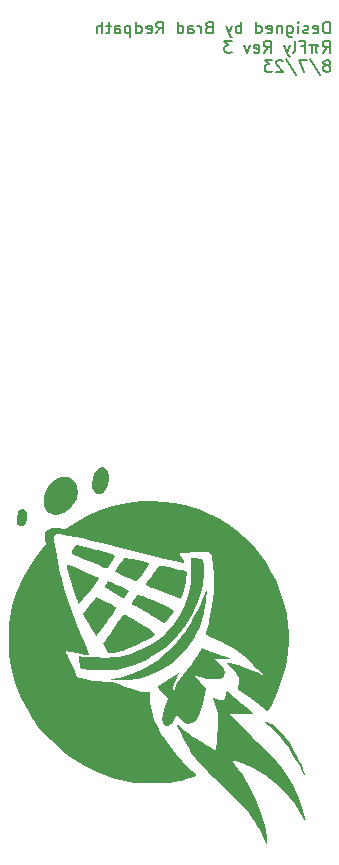
<source format=gbr>
%TF.GenerationSoftware,KiCad,Pcbnew,7.0.2-0*%
%TF.CreationDate,2023-07-08T17:29:12+12:00*%
%TF.ProjectId,RpiFly v3,52706946-6c79-4207-9633-2e6b69636164,rev?*%
%TF.SameCoordinates,PX753dac0PY7a91ee0*%
%TF.FileFunction,Legend,Bot*%
%TF.FilePolarity,Positive*%
%FSLAX46Y46*%
G04 Gerber Fmt 4.6, Leading zero omitted, Abs format (unit mm)*
G04 Created by KiCad (PCBNEW 7.0.2-0) date 2023-07-08 17:29:12*
%MOMM*%
%LPD*%
G01*
G04 APERTURE LIST*
%ADD10C,0.150000*%
G04 APERTURE END LIST*
D10*
X41671904Y73466381D02*
X41671904Y74466381D01*
X41671904Y74466381D02*
X41433809Y74466381D01*
X41433809Y74466381D02*
X41290952Y74418762D01*
X41290952Y74418762D02*
X41195714Y74323524D01*
X41195714Y74323524D02*
X41148095Y74228286D01*
X41148095Y74228286D02*
X41100476Y74037810D01*
X41100476Y74037810D02*
X41100476Y73894953D01*
X41100476Y73894953D02*
X41148095Y73704477D01*
X41148095Y73704477D02*
X41195714Y73609239D01*
X41195714Y73609239D02*
X41290952Y73514000D01*
X41290952Y73514000D02*
X41433809Y73466381D01*
X41433809Y73466381D02*
X41671904Y73466381D01*
X40290952Y73514000D02*
X40386190Y73466381D01*
X40386190Y73466381D02*
X40576666Y73466381D01*
X40576666Y73466381D02*
X40671904Y73514000D01*
X40671904Y73514000D02*
X40719523Y73609239D01*
X40719523Y73609239D02*
X40719523Y73990191D01*
X40719523Y73990191D02*
X40671904Y74085429D01*
X40671904Y74085429D02*
X40576666Y74133048D01*
X40576666Y74133048D02*
X40386190Y74133048D01*
X40386190Y74133048D02*
X40290952Y74085429D01*
X40290952Y74085429D02*
X40243333Y73990191D01*
X40243333Y73990191D02*
X40243333Y73894953D01*
X40243333Y73894953D02*
X40719523Y73799715D01*
X39862380Y73514000D02*
X39767142Y73466381D01*
X39767142Y73466381D02*
X39576666Y73466381D01*
X39576666Y73466381D02*
X39481428Y73514000D01*
X39481428Y73514000D02*
X39433809Y73609239D01*
X39433809Y73609239D02*
X39433809Y73656858D01*
X39433809Y73656858D02*
X39481428Y73752096D01*
X39481428Y73752096D02*
X39576666Y73799715D01*
X39576666Y73799715D02*
X39719523Y73799715D01*
X39719523Y73799715D02*
X39814761Y73847334D01*
X39814761Y73847334D02*
X39862380Y73942572D01*
X39862380Y73942572D02*
X39862380Y73990191D01*
X39862380Y73990191D02*
X39814761Y74085429D01*
X39814761Y74085429D02*
X39719523Y74133048D01*
X39719523Y74133048D02*
X39576666Y74133048D01*
X39576666Y74133048D02*
X39481428Y74085429D01*
X39005237Y73466381D02*
X39005237Y74133048D01*
X39005237Y74466381D02*
X39052856Y74418762D01*
X39052856Y74418762D02*
X39005237Y74371143D01*
X39005237Y74371143D02*
X38957618Y74418762D01*
X38957618Y74418762D02*
X39005237Y74466381D01*
X39005237Y74466381D02*
X39005237Y74371143D01*
X38100476Y74133048D02*
X38100476Y73323524D01*
X38100476Y73323524D02*
X38148095Y73228286D01*
X38148095Y73228286D02*
X38195714Y73180667D01*
X38195714Y73180667D02*
X38290952Y73133048D01*
X38290952Y73133048D02*
X38433809Y73133048D01*
X38433809Y73133048D02*
X38529047Y73180667D01*
X38100476Y73514000D02*
X38195714Y73466381D01*
X38195714Y73466381D02*
X38386190Y73466381D01*
X38386190Y73466381D02*
X38481428Y73514000D01*
X38481428Y73514000D02*
X38529047Y73561620D01*
X38529047Y73561620D02*
X38576666Y73656858D01*
X38576666Y73656858D02*
X38576666Y73942572D01*
X38576666Y73942572D02*
X38529047Y74037810D01*
X38529047Y74037810D02*
X38481428Y74085429D01*
X38481428Y74085429D02*
X38386190Y74133048D01*
X38386190Y74133048D02*
X38195714Y74133048D01*
X38195714Y74133048D02*
X38100476Y74085429D01*
X37624285Y74133048D02*
X37624285Y73466381D01*
X37624285Y74037810D02*
X37576666Y74085429D01*
X37576666Y74085429D02*
X37481428Y74133048D01*
X37481428Y74133048D02*
X37338571Y74133048D01*
X37338571Y74133048D02*
X37243333Y74085429D01*
X37243333Y74085429D02*
X37195714Y73990191D01*
X37195714Y73990191D02*
X37195714Y73466381D01*
X36338571Y73514000D02*
X36433809Y73466381D01*
X36433809Y73466381D02*
X36624285Y73466381D01*
X36624285Y73466381D02*
X36719523Y73514000D01*
X36719523Y73514000D02*
X36767142Y73609239D01*
X36767142Y73609239D02*
X36767142Y73990191D01*
X36767142Y73990191D02*
X36719523Y74085429D01*
X36719523Y74085429D02*
X36624285Y74133048D01*
X36624285Y74133048D02*
X36433809Y74133048D01*
X36433809Y74133048D02*
X36338571Y74085429D01*
X36338571Y74085429D02*
X36290952Y73990191D01*
X36290952Y73990191D02*
X36290952Y73894953D01*
X36290952Y73894953D02*
X36767142Y73799715D01*
X35433809Y73466381D02*
X35433809Y74466381D01*
X35433809Y73514000D02*
X35529047Y73466381D01*
X35529047Y73466381D02*
X35719523Y73466381D01*
X35719523Y73466381D02*
X35814761Y73514000D01*
X35814761Y73514000D02*
X35862380Y73561620D01*
X35862380Y73561620D02*
X35909999Y73656858D01*
X35909999Y73656858D02*
X35909999Y73942572D01*
X35909999Y73942572D02*
X35862380Y74037810D01*
X35862380Y74037810D02*
X35814761Y74085429D01*
X35814761Y74085429D02*
X35719523Y74133048D01*
X35719523Y74133048D02*
X35529047Y74133048D01*
X35529047Y74133048D02*
X35433809Y74085429D01*
X34195713Y73466381D02*
X34195713Y74466381D01*
X34195713Y74085429D02*
X34100475Y74133048D01*
X34100475Y74133048D02*
X33909999Y74133048D01*
X33909999Y74133048D02*
X33814761Y74085429D01*
X33814761Y74085429D02*
X33767142Y74037810D01*
X33767142Y74037810D02*
X33719523Y73942572D01*
X33719523Y73942572D02*
X33719523Y73656858D01*
X33719523Y73656858D02*
X33767142Y73561620D01*
X33767142Y73561620D02*
X33814761Y73514000D01*
X33814761Y73514000D02*
X33909999Y73466381D01*
X33909999Y73466381D02*
X34100475Y73466381D01*
X34100475Y73466381D02*
X34195713Y73514000D01*
X33386189Y74133048D02*
X33148094Y73466381D01*
X32909999Y74133048D02*
X33148094Y73466381D01*
X33148094Y73466381D02*
X33243332Y73228286D01*
X33243332Y73228286D02*
X33290951Y73180667D01*
X33290951Y73180667D02*
X33386189Y73133048D01*
X31433808Y73990191D02*
X31290951Y73942572D01*
X31290951Y73942572D02*
X31243332Y73894953D01*
X31243332Y73894953D02*
X31195713Y73799715D01*
X31195713Y73799715D02*
X31195713Y73656858D01*
X31195713Y73656858D02*
X31243332Y73561620D01*
X31243332Y73561620D02*
X31290951Y73514000D01*
X31290951Y73514000D02*
X31386189Y73466381D01*
X31386189Y73466381D02*
X31767141Y73466381D01*
X31767141Y73466381D02*
X31767141Y74466381D01*
X31767141Y74466381D02*
X31433808Y74466381D01*
X31433808Y74466381D02*
X31338570Y74418762D01*
X31338570Y74418762D02*
X31290951Y74371143D01*
X31290951Y74371143D02*
X31243332Y74275905D01*
X31243332Y74275905D02*
X31243332Y74180667D01*
X31243332Y74180667D02*
X31290951Y74085429D01*
X31290951Y74085429D02*
X31338570Y74037810D01*
X31338570Y74037810D02*
X31433808Y73990191D01*
X31433808Y73990191D02*
X31767141Y73990191D01*
X30767141Y73466381D02*
X30767141Y74133048D01*
X30767141Y73942572D02*
X30719522Y74037810D01*
X30719522Y74037810D02*
X30671903Y74085429D01*
X30671903Y74085429D02*
X30576665Y74133048D01*
X30576665Y74133048D02*
X30481427Y74133048D01*
X29719522Y73466381D02*
X29719522Y73990191D01*
X29719522Y73990191D02*
X29767141Y74085429D01*
X29767141Y74085429D02*
X29862379Y74133048D01*
X29862379Y74133048D02*
X30052855Y74133048D01*
X30052855Y74133048D02*
X30148093Y74085429D01*
X29719522Y73514000D02*
X29814760Y73466381D01*
X29814760Y73466381D02*
X30052855Y73466381D01*
X30052855Y73466381D02*
X30148093Y73514000D01*
X30148093Y73514000D02*
X30195712Y73609239D01*
X30195712Y73609239D02*
X30195712Y73704477D01*
X30195712Y73704477D02*
X30148093Y73799715D01*
X30148093Y73799715D02*
X30052855Y73847334D01*
X30052855Y73847334D02*
X29814760Y73847334D01*
X29814760Y73847334D02*
X29719522Y73894953D01*
X28814760Y73466381D02*
X28814760Y74466381D01*
X28814760Y73514000D02*
X28909998Y73466381D01*
X28909998Y73466381D02*
X29100474Y73466381D01*
X29100474Y73466381D02*
X29195712Y73514000D01*
X29195712Y73514000D02*
X29243331Y73561620D01*
X29243331Y73561620D02*
X29290950Y73656858D01*
X29290950Y73656858D02*
X29290950Y73942572D01*
X29290950Y73942572D02*
X29243331Y74037810D01*
X29243331Y74037810D02*
X29195712Y74085429D01*
X29195712Y74085429D02*
X29100474Y74133048D01*
X29100474Y74133048D02*
X28909998Y74133048D01*
X28909998Y74133048D02*
X28814760Y74085429D01*
X27005236Y73466381D02*
X27338569Y73942572D01*
X27576664Y73466381D02*
X27576664Y74466381D01*
X27576664Y74466381D02*
X27195712Y74466381D01*
X27195712Y74466381D02*
X27100474Y74418762D01*
X27100474Y74418762D02*
X27052855Y74371143D01*
X27052855Y74371143D02*
X27005236Y74275905D01*
X27005236Y74275905D02*
X27005236Y74133048D01*
X27005236Y74133048D02*
X27052855Y74037810D01*
X27052855Y74037810D02*
X27100474Y73990191D01*
X27100474Y73990191D02*
X27195712Y73942572D01*
X27195712Y73942572D02*
X27576664Y73942572D01*
X26195712Y73514000D02*
X26290950Y73466381D01*
X26290950Y73466381D02*
X26481426Y73466381D01*
X26481426Y73466381D02*
X26576664Y73514000D01*
X26576664Y73514000D02*
X26624283Y73609239D01*
X26624283Y73609239D02*
X26624283Y73990191D01*
X26624283Y73990191D02*
X26576664Y74085429D01*
X26576664Y74085429D02*
X26481426Y74133048D01*
X26481426Y74133048D02*
X26290950Y74133048D01*
X26290950Y74133048D02*
X26195712Y74085429D01*
X26195712Y74085429D02*
X26148093Y73990191D01*
X26148093Y73990191D02*
X26148093Y73894953D01*
X26148093Y73894953D02*
X26624283Y73799715D01*
X25290950Y73466381D02*
X25290950Y74466381D01*
X25290950Y73514000D02*
X25386188Y73466381D01*
X25386188Y73466381D02*
X25576664Y73466381D01*
X25576664Y73466381D02*
X25671902Y73514000D01*
X25671902Y73514000D02*
X25719521Y73561620D01*
X25719521Y73561620D02*
X25767140Y73656858D01*
X25767140Y73656858D02*
X25767140Y73942572D01*
X25767140Y73942572D02*
X25719521Y74037810D01*
X25719521Y74037810D02*
X25671902Y74085429D01*
X25671902Y74085429D02*
X25576664Y74133048D01*
X25576664Y74133048D02*
X25386188Y74133048D01*
X25386188Y74133048D02*
X25290950Y74085429D01*
X24814759Y74133048D02*
X24814759Y73133048D01*
X24814759Y74085429D02*
X24719521Y74133048D01*
X24719521Y74133048D02*
X24529045Y74133048D01*
X24529045Y74133048D02*
X24433807Y74085429D01*
X24433807Y74085429D02*
X24386188Y74037810D01*
X24386188Y74037810D02*
X24338569Y73942572D01*
X24338569Y73942572D02*
X24338569Y73656858D01*
X24338569Y73656858D02*
X24386188Y73561620D01*
X24386188Y73561620D02*
X24433807Y73514000D01*
X24433807Y73514000D02*
X24529045Y73466381D01*
X24529045Y73466381D02*
X24719521Y73466381D01*
X24719521Y73466381D02*
X24814759Y73514000D01*
X23481426Y73466381D02*
X23481426Y73990191D01*
X23481426Y73990191D02*
X23529045Y74085429D01*
X23529045Y74085429D02*
X23624283Y74133048D01*
X23624283Y74133048D02*
X23814759Y74133048D01*
X23814759Y74133048D02*
X23909997Y74085429D01*
X23481426Y73514000D02*
X23576664Y73466381D01*
X23576664Y73466381D02*
X23814759Y73466381D01*
X23814759Y73466381D02*
X23909997Y73514000D01*
X23909997Y73514000D02*
X23957616Y73609239D01*
X23957616Y73609239D02*
X23957616Y73704477D01*
X23957616Y73704477D02*
X23909997Y73799715D01*
X23909997Y73799715D02*
X23814759Y73847334D01*
X23814759Y73847334D02*
X23576664Y73847334D01*
X23576664Y73847334D02*
X23481426Y73894953D01*
X23148092Y74133048D02*
X22767140Y74133048D01*
X23005235Y74466381D02*
X23005235Y73609239D01*
X23005235Y73609239D02*
X22957616Y73514000D01*
X22957616Y73514000D02*
X22862378Y73466381D01*
X22862378Y73466381D02*
X22767140Y73466381D01*
X22433806Y73466381D02*
X22433806Y74466381D01*
X22005235Y73466381D02*
X22005235Y73990191D01*
X22005235Y73990191D02*
X22052854Y74085429D01*
X22052854Y74085429D02*
X22148092Y74133048D01*
X22148092Y74133048D02*
X22290949Y74133048D01*
X22290949Y74133048D02*
X22386187Y74085429D01*
X22386187Y74085429D02*
X22433806Y74037810D01*
X41100476Y71846381D02*
X41433809Y72322572D01*
X41671904Y71846381D02*
X41671904Y72846381D01*
X41671904Y72846381D02*
X41290952Y72846381D01*
X41290952Y72846381D02*
X41195714Y72798762D01*
X41195714Y72798762D02*
X41148095Y72751143D01*
X41148095Y72751143D02*
X41100476Y72655905D01*
X41100476Y72655905D02*
X41100476Y72513048D01*
X41100476Y72513048D02*
X41148095Y72417810D01*
X41148095Y72417810D02*
X41195714Y72370191D01*
X41195714Y72370191D02*
X41290952Y72322572D01*
X41290952Y72322572D02*
X41671904Y72322572D01*
X40148095Y72513048D02*
X40148095Y71846381D01*
X40481428Y72513048D02*
X40481428Y71989239D01*
X40481428Y71989239D02*
X40529047Y71894000D01*
X40529047Y71894000D02*
X40624285Y71846381D01*
X39957619Y72513048D02*
X40576666Y72513048D01*
X40576666Y72513048D02*
X40671904Y72465429D01*
X40671904Y72465429D02*
X40719523Y72370191D01*
X39243333Y72370191D02*
X39576666Y72370191D01*
X39576666Y71846381D02*
X39576666Y72846381D01*
X39576666Y72846381D02*
X39100476Y72846381D01*
X38576666Y71846381D02*
X38671904Y71894000D01*
X38671904Y71894000D02*
X38719523Y71989239D01*
X38719523Y71989239D02*
X38719523Y72846381D01*
X38290951Y72513048D02*
X38052856Y71846381D01*
X37814761Y72513048D02*
X38052856Y71846381D01*
X38052856Y71846381D02*
X38148094Y71608286D01*
X38148094Y71608286D02*
X38195713Y71560667D01*
X38195713Y71560667D02*
X38290951Y71513048D01*
X36100475Y71846381D02*
X36433808Y72322572D01*
X36671903Y71846381D02*
X36671903Y72846381D01*
X36671903Y72846381D02*
X36290951Y72846381D01*
X36290951Y72846381D02*
X36195713Y72798762D01*
X36195713Y72798762D02*
X36148094Y72751143D01*
X36148094Y72751143D02*
X36100475Y72655905D01*
X36100475Y72655905D02*
X36100475Y72513048D01*
X36100475Y72513048D02*
X36148094Y72417810D01*
X36148094Y72417810D02*
X36195713Y72370191D01*
X36195713Y72370191D02*
X36290951Y72322572D01*
X36290951Y72322572D02*
X36671903Y72322572D01*
X35290951Y71894000D02*
X35386189Y71846381D01*
X35386189Y71846381D02*
X35576665Y71846381D01*
X35576665Y71846381D02*
X35671903Y71894000D01*
X35671903Y71894000D02*
X35719522Y71989239D01*
X35719522Y71989239D02*
X35719522Y72370191D01*
X35719522Y72370191D02*
X35671903Y72465429D01*
X35671903Y72465429D02*
X35576665Y72513048D01*
X35576665Y72513048D02*
X35386189Y72513048D01*
X35386189Y72513048D02*
X35290951Y72465429D01*
X35290951Y72465429D02*
X35243332Y72370191D01*
X35243332Y72370191D02*
X35243332Y72274953D01*
X35243332Y72274953D02*
X35719522Y72179715D01*
X34909998Y72513048D02*
X34671903Y71846381D01*
X34671903Y71846381D02*
X34433808Y72513048D01*
X33386188Y72846381D02*
X32767141Y72846381D01*
X32767141Y72846381D02*
X33100474Y72465429D01*
X33100474Y72465429D02*
X32957617Y72465429D01*
X32957617Y72465429D02*
X32862379Y72417810D01*
X32862379Y72417810D02*
X32814760Y72370191D01*
X32814760Y72370191D02*
X32767141Y72274953D01*
X32767141Y72274953D02*
X32767141Y72036858D01*
X32767141Y72036858D02*
X32814760Y71941620D01*
X32814760Y71941620D02*
X32862379Y71894000D01*
X32862379Y71894000D02*
X32957617Y71846381D01*
X32957617Y71846381D02*
X33243331Y71846381D01*
X33243331Y71846381D02*
X33338569Y71894000D01*
X33338569Y71894000D02*
X33386188Y71941620D01*
X41529047Y70797810D02*
X41624285Y70845429D01*
X41624285Y70845429D02*
X41671904Y70893048D01*
X41671904Y70893048D02*
X41719523Y70988286D01*
X41719523Y70988286D02*
X41719523Y71035905D01*
X41719523Y71035905D02*
X41671904Y71131143D01*
X41671904Y71131143D02*
X41624285Y71178762D01*
X41624285Y71178762D02*
X41529047Y71226381D01*
X41529047Y71226381D02*
X41338571Y71226381D01*
X41338571Y71226381D02*
X41243333Y71178762D01*
X41243333Y71178762D02*
X41195714Y71131143D01*
X41195714Y71131143D02*
X41148095Y71035905D01*
X41148095Y71035905D02*
X41148095Y70988286D01*
X41148095Y70988286D02*
X41195714Y70893048D01*
X41195714Y70893048D02*
X41243333Y70845429D01*
X41243333Y70845429D02*
X41338571Y70797810D01*
X41338571Y70797810D02*
X41529047Y70797810D01*
X41529047Y70797810D02*
X41624285Y70750191D01*
X41624285Y70750191D02*
X41671904Y70702572D01*
X41671904Y70702572D02*
X41719523Y70607334D01*
X41719523Y70607334D02*
X41719523Y70416858D01*
X41719523Y70416858D02*
X41671904Y70321620D01*
X41671904Y70321620D02*
X41624285Y70274000D01*
X41624285Y70274000D02*
X41529047Y70226381D01*
X41529047Y70226381D02*
X41338571Y70226381D01*
X41338571Y70226381D02*
X41243333Y70274000D01*
X41243333Y70274000D02*
X41195714Y70321620D01*
X41195714Y70321620D02*
X41148095Y70416858D01*
X41148095Y70416858D02*
X41148095Y70607334D01*
X41148095Y70607334D02*
X41195714Y70702572D01*
X41195714Y70702572D02*
X41243333Y70750191D01*
X41243333Y70750191D02*
X41338571Y70797810D01*
X40005238Y71274000D02*
X40862380Y69988286D01*
X39767142Y71226381D02*
X39100476Y71226381D01*
X39100476Y71226381D02*
X39529047Y70226381D01*
X38005238Y71274000D02*
X38862380Y69988286D01*
X37719523Y71131143D02*
X37671904Y71178762D01*
X37671904Y71178762D02*
X37576666Y71226381D01*
X37576666Y71226381D02*
X37338571Y71226381D01*
X37338571Y71226381D02*
X37243333Y71178762D01*
X37243333Y71178762D02*
X37195714Y71131143D01*
X37195714Y71131143D02*
X37148095Y71035905D01*
X37148095Y71035905D02*
X37148095Y70940667D01*
X37148095Y70940667D02*
X37195714Y70797810D01*
X37195714Y70797810D02*
X37767142Y70226381D01*
X37767142Y70226381D02*
X37148095Y70226381D01*
X36814761Y71226381D02*
X36195714Y71226381D01*
X36195714Y71226381D02*
X36529047Y70845429D01*
X36529047Y70845429D02*
X36386190Y70845429D01*
X36386190Y70845429D02*
X36290952Y70797810D01*
X36290952Y70797810D02*
X36243333Y70750191D01*
X36243333Y70750191D02*
X36195714Y70654953D01*
X36195714Y70654953D02*
X36195714Y70416858D01*
X36195714Y70416858D02*
X36243333Y70321620D01*
X36243333Y70321620D02*
X36290952Y70274000D01*
X36290952Y70274000D02*
X36386190Y70226381D01*
X36386190Y70226381D02*
X36671904Y70226381D01*
X36671904Y70226381D02*
X36767142Y70274000D01*
X36767142Y70274000D02*
X36814761Y70321620D01*
%TO.C,G\u002A\u002A\u002A*%
G36*
X22555256Y36726775D02*
G01*
X22750421Y36589242D01*
X22760378Y36580458D01*
X22927897Y36332403D01*
X23007624Y35999978D01*
X23003917Y35623072D01*
X22921134Y35241576D01*
X22763634Y34895381D01*
X22535773Y34624376D01*
X22503847Y34598304D01*
X22237847Y34452155D01*
X21996219Y34458509D01*
X21770418Y34617287D01*
X21710224Y34691015D01*
X21573666Y35001568D01*
X21539030Y35374394D01*
X21601513Y35770390D01*
X21756311Y36150452D01*
X21998624Y36475474D01*
X22206344Y36662863D01*
X22387222Y36753332D01*
X22555256Y36726775D01*
G37*
G36*
X19524069Y35901082D02*
G01*
X19900693Y35720872D01*
X20169450Y35437026D01*
X20324306Y35061590D01*
X20359223Y34606614D01*
X20268167Y34084144D01*
X20130898Y33786048D01*
X19870872Y33449199D01*
X19532538Y33140915D01*
X19153004Y32900581D01*
X19086628Y32868519D01*
X18700189Y32735177D01*
X18358051Y32727745D01*
X18021089Y32844275D01*
X17957912Y32879809D01*
X17693658Y33125723D01*
X17529940Y33457740D01*
X17465265Y33849019D01*
X17498141Y34272716D01*
X17627073Y34701991D01*
X17850569Y35110000D01*
X18167136Y35469902D01*
X18265897Y35555936D01*
X18638764Y35815568D01*
X18987630Y35941164D01*
X19337091Y35942661D01*
X19524069Y35901082D01*
G37*
G36*
X15774632Y33205282D02*
G01*
X15928531Y33075824D01*
X16041564Y32869057D01*
X16093172Y32610261D01*
X16062797Y32324716D01*
X16045836Y32266962D01*
X15955279Y32042150D01*
X15857583Y31890286D01*
X15843951Y31877451D01*
X15658935Y31786468D01*
X15453151Y31782051D01*
X15299934Y31867231D01*
X15243318Y31965737D01*
X15182666Y32241604D01*
X15194845Y32564846D01*
X15274446Y32877093D01*
X15416058Y33119978D01*
X15426478Y33131142D01*
X15600428Y33232148D01*
X15774632Y33205282D01*
G37*
G36*
X20188727Y30185194D02*
G01*
X20331006Y30154024D01*
X20592128Y30090969D01*
X20950602Y30001363D01*
X21384938Y29890543D01*
X21873646Y29763845D01*
X22104738Y29703216D01*
X22617193Y29565591D01*
X22998812Y29456752D01*
X23265028Y29371474D01*
X23431279Y29304535D01*
X23512997Y29250710D01*
X23525620Y29204776D01*
X23524372Y29201655D01*
X23454628Y29078252D01*
X23320909Y28873873D01*
X23151011Y28631088D01*
X22989460Y28423092D01*
X22817604Y28251600D01*
X22703692Y28207223D01*
X22627513Y28235630D01*
X22423636Y28318656D01*
X22123132Y28444368D01*
X21751941Y28601896D01*
X21336000Y28780369D01*
X21002336Y28923971D01*
X20616404Y29089233D01*
X20294491Y29226146D01*
X20063072Y29323459D01*
X19948621Y29369921D01*
X19890179Y29396959D01*
X19858039Y29455912D01*
X19888850Y29574890D01*
X19986139Y29793758D01*
X20053563Y29938329D01*
X20134037Y30111425D01*
X20168863Y30187140D01*
X20188727Y30185194D01*
G37*
G36*
X24380339Y29086230D02*
G01*
X24494115Y29059039D01*
X24727034Y29010832D01*
X25046405Y28948179D01*
X25419538Y28877653D01*
X25456192Y28870793D01*
X25815109Y28797795D01*
X26107715Y28728055D01*
X26304743Y28669180D01*
X26376923Y28628779D01*
X26354774Y28564153D01*
X26261176Y28389654D01*
X26114769Y28148622D01*
X25937891Y27876215D01*
X25752883Y27607590D01*
X25582086Y27377905D01*
X25472163Y27242035D01*
X25361366Y27145528D01*
X25245201Y27136257D01*
X25064859Y27193222D01*
X25026467Y27207103D01*
X24690783Y27338079D01*
X24350618Y27485100D01*
X24035939Y27633458D01*
X23776711Y27768446D01*
X23602900Y27875354D01*
X23544472Y27939476D01*
X23583490Y28032553D01*
X23693125Y28220638D01*
X23845498Y28450078D01*
X24015392Y28686156D01*
X24177590Y28894155D01*
X24306874Y29039357D01*
X24378027Y29087045D01*
X24380339Y29086230D01*
G37*
G36*
X23348749Y26905657D02*
G01*
X23559809Y26807508D01*
X23909808Y26647272D01*
X24242640Y26497261D01*
X24726511Y26281544D01*
X24525331Y25977541D01*
X24460379Y25885714D01*
X24327791Y25733619D01*
X24234953Y25673538D01*
X24210062Y25678804D01*
X24065227Y25740470D01*
X23836700Y25856807D01*
X23561492Y26009360D01*
X23191316Y26222703D01*
X22909048Y26392343D01*
X22732650Y26516819D01*
X22647071Y26613652D01*
X22637260Y26700359D01*
X22688164Y26794461D01*
X22784734Y26913475D01*
X22938729Y27098334D01*
X23348749Y26905657D01*
G37*
G36*
X27652184Y28346513D02*
G01*
X27992236Y28285060D01*
X28462670Y28180201D01*
X28554069Y28158764D01*
X28924639Y28073042D01*
X29233037Y28003569D01*
X29449303Y27957002D01*
X29543475Y27940000D01*
X29547590Y27939499D01*
X29578325Y27858128D01*
X29576374Y27659804D01*
X29547145Y27376448D01*
X29496047Y27039985D01*
X29428489Y26682339D01*
X29349881Y26335434D01*
X29265631Y26031192D01*
X29181148Y25801539D01*
X29099185Y25621649D01*
X28265592Y25951333D01*
X28031543Y26042390D01*
X27576493Y26213260D01*
X27125987Y26375926D01*
X26750055Y26504816D01*
X26589211Y26560090D01*
X26327328Y26663056D01*
X26152254Y26750119D01*
X26095443Y26806769D01*
X26118127Y26856465D01*
X26227407Y27035177D01*
X26396725Y27279057D01*
X26601288Y27555794D01*
X26816301Y27833083D01*
X27016969Y28078614D01*
X27178496Y28260079D01*
X27276089Y28345170D01*
X27287267Y28349761D01*
X27423525Y28367200D01*
X27652184Y28346513D01*
G37*
G36*
X19616559Y28430301D02*
G01*
X19801013Y28366019D01*
X20075518Y28256311D01*
X20457977Y28095861D01*
X20966290Y27879357D01*
X22159657Y27370129D01*
X22028418Y27166603D01*
X22003807Y27130134D01*
X21879699Y26957960D01*
X21688499Y26701071D01*
X21451342Y26387694D01*
X21189365Y26046055D01*
X21066406Y25888654D01*
X20828599Y25595700D01*
X20631078Y25367606D01*
X20491636Y25224462D01*
X20428065Y25186363D01*
X20406875Y25225439D01*
X20339868Y25395422D01*
X20242093Y25671163D01*
X20122457Y26024776D01*
X19989869Y26428372D01*
X19853238Y26854068D01*
X19721471Y27273976D01*
X19603479Y27660210D01*
X19508169Y27984885D01*
X19444450Y28220113D01*
X19421231Y28338009D01*
X19421231Y28339444D01*
X19424493Y28403728D01*
X19446201Y28443841D01*
X19504256Y28454471D01*
X19616559Y28430301D01*
G37*
G36*
X25749353Y25849550D02*
G01*
X26111055Y25716429D01*
X26187378Y25685259D01*
X26508312Y25548897D01*
X26873084Y25387573D01*
X27254994Y25213846D01*
X27627341Y25040275D01*
X27963424Y24879422D01*
X28236542Y24743846D01*
X28419993Y24646106D01*
X28487077Y24598763D01*
X28475769Y24563999D01*
X28391392Y24423942D01*
X28249648Y24225914D01*
X28080563Y24010763D01*
X27914161Y23819337D01*
X27678662Y23567290D01*
X27242715Y23816523D01*
X27007218Y23952670D01*
X26677668Y24145287D01*
X26300980Y24366901D01*
X25921068Y24591752D01*
X25859982Y24627974D01*
X25528617Y24822467D01*
X25246733Y24984705D01*
X25042514Y25098635D01*
X24944145Y25148202D01*
X24941079Y25149528D01*
X24938951Y25227357D01*
X25007614Y25383102D01*
X25122220Y25574898D01*
X25257922Y25760879D01*
X25389870Y25899179D01*
X25504783Y25910420D01*
X25749353Y25849550D01*
G37*
G36*
X22720882Y25364063D02*
G01*
X23017487Y25208840D01*
X23297144Y25058713D01*
X23498744Y24946178D01*
X23591699Y24887957D01*
X23591780Y24887883D01*
X23569286Y24808245D01*
X23466776Y24623921D01*
X23297351Y24355659D01*
X23074112Y24024204D01*
X22810161Y23650304D01*
X22539191Y23281258D01*
X22294900Y22961250D01*
X22093715Y22710846D01*
X21951240Y22549464D01*
X21883077Y22496520D01*
X21862921Y22512375D01*
X21770852Y22634630D01*
X21631744Y22850223D01*
X21463831Y23127437D01*
X21285345Y23434554D01*
X21114521Y23739860D01*
X20969590Y24011637D01*
X20868787Y24218168D01*
X20830345Y24327738D01*
X20833854Y24345867D01*
X20904767Y24474776D01*
X21048326Y24675802D01*
X21240031Y24913892D01*
X21278973Y24959980D01*
X21490406Y25214889D01*
X21670841Y25439550D01*
X21784759Y25589883D01*
X21917457Y25779766D01*
X22720882Y25364063D01*
G37*
G36*
X24309762Y24257605D02*
G01*
X24468943Y24197037D01*
X24714130Y24070618D01*
X25059774Y23871051D01*
X25520323Y23591037D01*
X25672009Y23497423D01*
X26116057Y23222353D01*
X26444863Y23013870D01*
X26672065Y22859697D01*
X26811298Y22747556D01*
X26876200Y22665169D01*
X26880407Y22600260D01*
X26837555Y22540552D01*
X26761282Y22473766D01*
X26735715Y22453367D01*
X26522872Y22314739D01*
X26204444Y22136832D01*
X25813576Y21935770D01*
X25383415Y21727674D01*
X24947104Y21528666D01*
X24537789Y21354868D01*
X24188615Y21222403D01*
X24077159Y21185127D01*
X23742223Y21086193D01*
X23446287Y21016272D01*
X23242913Y20988605D01*
X23106953Y20993921D01*
X22978956Y21040020D01*
X22861663Y21159760D01*
X22712432Y21385003D01*
X22629356Y21522178D01*
X22536858Y21705784D01*
X22518839Y21825564D01*
X22563981Y21922496D01*
X22603261Y21977640D01*
X22726867Y22154966D01*
X22910285Y22420256D01*
X23136093Y22748284D01*
X23386867Y23113828D01*
X23550409Y23350998D01*
X23786352Y23687258D01*
X23986520Y23965494D01*
X24133675Y24161874D01*
X24210575Y24252563D01*
X24222136Y24259622D01*
X24309762Y24257605D01*
G37*
G36*
X30439278Y29019141D02*
G01*
X30650713Y28998083D01*
X30861647Y28962379D01*
X30966817Y28924636D01*
X30971218Y28917420D01*
X30992311Y28794676D01*
X31008375Y28552652D01*
X31017906Y28222496D01*
X31019402Y27835350D01*
X31012705Y27418673D01*
X30993554Y27045096D01*
X30956153Y26734516D01*
X30894246Y26437192D01*
X30801578Y26103384D01*
X30469929Y25188263D01*
X30019279Y24256564D01*
X29478645Y23366273D01*
X28871053Y22555222D01*
X28219532Y21861242D01*
X28177696Y21822308D01*
X27706780Y21415172D01*
X27220136Y21058642D01*
X26672701Y20722291D01*
X26019409Y20375691D01*
X25981297Y20356628D01*
X25390008Y20081139D01*
X24853016Y19878742D01*
X24304995Y19727977D01*
X23680615Y19607382D01*
X23585533Y19593698D01*
X23193456Y19560115D01*
X22710393Y19542625D01*
X22185579Y19540890D01*
X21668245Y19554572D01*
X21207625Y19583331D01*
X20852952Y19626830D01*
X20770037Y19644128D01*
X20643168Y19699512D01*
X20562637Y19809106D01*
X20509660Y20006837D01*
X20465451Y20326629D01*
X20415715Y20749805D01*
X20797704Y20691210D01*
X20898895Y20679609D01*
X21180632Y20660993D01*
X21560918Y20646092D01*
X22002777Y20636200D01*
X22469231Y20632615D01*
X22808126Y20633717D01*
X23246751Y20641594D01*
X23590060Y20660036D01*
X23875552Y20692512D01*
X24140725Y20742493D01*
X24423077Y20813449D01*
X24821895Y20938309D01*
X25378492Y21151135D01*
X25946636Y21403504D01*
X26471650Y21670793D01*
X26898851Y21928377D01*
X27124567Y22099253D01*
X27459848Y22390709D01*
X27822381Y22735960D01*
X28174540Y23097528D01*
X28478697Y23437932D01*
X28697224Y23719692D01*
X29022215Y24240139D01*
X29445732Y25119567D01*
X29741652Y26052840D01*
X29915300Y27058481D01*
X29972000Y28155015D01*
X29972000Y29052940D01*
X30439278Y29019141D01*
G37*
G36*
X31282590Y26290646D02*
G01*
X31278355Y26075379D01*
X31246106Y25725813D01*
X31185455Y25246749D01*
X31163577Y25093662D01*
X31039960Y24397581D01*
X30882271Y23790132D01*
X30673740Y23215340D01*
X30397596Y22617231D01*
X30284051Y22400508D01*
X29721556Y21529184D01*
X29044273Y20756008D01*
X28264793Y20090581D01*
X27395707Y19542501D01*
X26449605Y19121367D01*
X25439077Y18836779D01*
X25199175Y18800176D01*
X24821653Y18764672D01*
X24388627Y18740222D01*
X23954154Y18730689D01*
X22977231Y18728844D01*
X23641538Y18870926D01*
X23833482Y18914234D01*
X24950952Y19258253D01*
X26017618Y19743363D01*
X27019272Y20359783D01*
X27941707Y21097730D01*
X28770715Y21947422D01*
X29492088Y22899077D01*
X29579135Y23032275D01*
X29897929Y23549873D01*
X30215089Y24106209D01*
X30513275Y24667746D01*
X30775143Y25200948D01*
X30983350Y25672276D01*
X31120555Y26048196D01*
X31131102Y26082620D01*
X31208575Y26299069D01*
X31259200Y26366810D01*
X31282590Y26290646D01*
G37*
G36*
X31250043Y21282431D02*
G01*
X31325295Y21252767D01*
X31624301Y21141285D01*
X31988580Y21011848D01*
X32355692Y20886800D01*
X32629948Y20795537D01*
X32959368Y20682357D01*
X33149633Y20606165D01*
X33206454Y20559431D01*
X33135544Y20534625D01*
X32942613Y20524216D01*
X32633373Y20520674D01*
X31895053Y20515384D01*
X32214267Y20280632D01*
X32311369Y20206535D01*
X32588501Y19939295D01*
X32739705Y19666680D01*
X32785538Y19355396D01*
X32769877Y19159658D01*
X32698757Y19002598D01*
X32546867Y18902759D01*
X32289162Y18844803D01*
X31900596Y18813388D01*
X31630532Y18804287D01*
X31324029Y18817602D01*
X31048957Y18871089D01*
X30732670Y18974789D01*
X30203802Y19168334D01*
X30723295Y18587893D01*
X31242787Y18007451D01*
X31027091Y17092648D01*
X30944918Y16759097D01*
X30776336Y16178913D01*
X30601955Y15734664D01*
X30412730Y15412744D01*
X30199614Y15199547D01*
X29953562Y15081470D01*
X29665526Y15044907D01*
X29619952Y15046011D01*
X29446823Y15083374D01*
X29273464Y15193635D01*
X29054132Y15403631D01*
X28885266Y15573941D01*
X28749823Y15698276D01*
X28690668Y15735785D01*
X28665727Y15695043D01*
X28580702Y15549648D01*
X28460393Y15340727D01*
X28374066Y15200869D01*
X28228816Y15004208D01*
X28114330Y14893719D01*
X28037480Y14853652D01*
X27846896Y14822318D01*
X27678430Y14926581D01*
X27571486Y15095610D01*
X27508839Y15407973D01*
X27530207Y15798916D01*
X27633371Y16239834D01*
X27816113Y16702121D01*
X28007556Y17102142D01*
X27543932Y17615832D01*
X27448552Y17722377D01*
X27259942Y17939008D01*
X27129293Y18097627D01*
X27080493Y18169684D01*
X27136337Y18218224D01*
X27296967Y18317135D01*
X27525636Y18442359D01*
X27766998Y18578362D01*
X28111977Y18793811D01*
X28424439Y19008974D01*
X28448614Y19026730D01*
X28672081Y19186785D01*
X28840067Y19300080D01*
X28917811Y19343077D01*
X28907182Y19290699D01*
X28835269Y19136894D01*
X28716966Y18917163D01*
X28549040Y18553317D01*
X28438775Y18037933D01*
X28400955Y17584615D01*
X28549311Y17977569D01*
X28632058Y18181043D01*
X28786730Y18490430D01*
X28988430Y18810911D01*
X29258599Y19175351D01*
X29618681Y19616615D01*
X29721613Y19742271D01*
X30005908Y20114492D01*
X30279781Y20503558D01*
X30495862Y20843227D01*
X30847779Y21444609D01*
X31250043Y21282431D01*
G37*
G36*
X36339953Y15166333D02*
G01*
X36548853Y15112849D01*
X36794019Y14998829D01*
X37131022Y14745949D01*
X37502283Y14381105D01*
X37891312Y13920772D01*
X38281622Y13381427D01*
X38467160Y13087571D01*
X38679036Y12720981D01*
X38897069Y12318975D01*
X39107092Y11909951D01*
X39294937Y11522303D01*
X39446436Y11184429D01*
X39547421Y10924726D01*
X39583726Y10771589D01*
X39583316Y10753291D01*
X39569533Y10692560D01*
X39528783Y10713042D01*
X39450782Y10829607D01*
X39325245Y11057123D01*
X39141890Y11410461D01*
X38978390Y11716160D01*
X38615605Y12326387D01*
X38209467Y12937646D01*
X37781524Y13521245D01*
X37353320Y14048489D01*
X36946402Y14490685D01*
X36582316Y14819140D01*
X36565507Y14832306D01*
X36360936Y14999611D01*
X36222981Y15125415D01*
X36180701Y15183367D01*
X36204199Y15187324D01*
X36339953Y15166333D01*
G37*
G36*
X27611651Y33818161D02*
G01*
X28535042Y33694167D01*
X29441068Y33513485D01*
X30280506Y33282536D01*
X30322608Y33268745D01*
X30768189Y33101170D01*
X31290924Y32874546D01*
X31845866Y32610979D01*
X32388068Y32332579D01*
X32872582Y32061455D01*
X33254461Y31819714D01*
X33452391Y31671891D01*
X33733245Y31444234D01*
X34054690Y31170901D01*
X34393770Y30872711D01*
X34727532Y30570482D01*
X35033020Y30285032D01*
X35287281Y30037180D01*
X35467360Y29847742D01*
X35550302Y29737538D01*
X35580864Y29682961D01*
X35693642Y29513376D01*
X35864155Y29273039D01*
X36069249Y28995077D01*
X36174637Y28850903D01*
X36662094Y28080287D01*
X37112043Y27201337D01*
X37507909Y26252906D01*
X37833116Y25273847D01*
X38071088Y24303010D01*
X38099145Y24149218D01*
X38181677Y23453324D01*
X38215741Y22674177D01*
X38201849Y21863964D01*
X38140516Y21074868D01*
X38032256Y20359077D01*
X37856111Y19584594D01*
X37594789Y18669191D01*
X37291807Y17802219D01*
X36964478Y17037538D01*
X36773472Y16640300D01*
X36627160Y16356414D01*
X36512620Y16187300D01*
X36410219Y16120394D01*
X36300326Y16143136D01*
X36163308Y16242963D01*
X35979533Y16407315D01*
X35744817Y16611943D01*
X35521921Y16794508D01*
X35364615Y16910595D01*
X35185545Y17038434D01*
X34981216Y17206572D01*
X34845581Y17312773D01*
X34606757Y17474126D01*
X34338367Y17637137D01*
X34092337Y17790762D01*
X33951925Y17917661D01*
X33931743Y18014461D01*
X34030152Y18444298D01*
X33973448Y18879184D01*
X33761420Y19316036D01*
X33394522Y19753384D01*
X33229788Y19916828D01*
X33081352Y20074141D01*
X33025675Y20159918D01*
X33050828Y20195636D01*
X33144880Y20202769D01*
X33306116Y20181093D01*
X33598103Y20107668D01*
X33968159Y19993957D01*
X34381199Y19852092D01*
X34802140Y19694207D01*
X35195896Y19532432D01*
X35527384Y19378900D01*
X36094968Y19093069D01*
X35765152Y19472073D01*
X35557596Y19696613D01*
X35213804Y20036264D01*
X34823447Y20396441D01*
X34424623Y20743252D01*
X34055427Y21042806D01*
X33753958Y21261214D01*
X33666174Y21316658D01*
X33353693Y21498152D01*
X32966991Y21707416D01*
X32547946Y21923196D01*
X32138436Y22124242D01*
X31780341Y22289301D01*
X31515538Y22397122D01*
X31455768Y22420451D01*
X31289320Y22515618D01*
X31222461Y22606088D01*
X31238300Y22703957D01*
X31287655Y22924860D01*
X31362523Y23230683D01*
X31454717Y23586849D01*
X31481694Y23689920D01*
X31757802Y24993513D01*
X31905191Y26258907D01*
X31922787Y27470899D01*
X31809517Y28614284D01*
X31755880Y28964659D01*
X31709354Y29228066D01*
X31648262Y29407267D01*
X31548989Y29516938D01*
X31387918Y29571759D01*
X31141435Y29586407D01*
X30785924Y29575560D01*
X30297768Y29553897D01*
X29987111Y29540716D01*
X29592946Y29521001D01*
X29275139Y29501528D01*
X29060311Y29483984D01*
X28975081Y29470056D01*
X28974842Y29445207D01*
X29031080Y29322069D01*
X29144437Y29139320D01*
X29176930Y29090441D01*
X29307994Y28853503D01*
X29344273Y28698771D01*
X29281046Y28643384D01*
X29194374Y28657385D01*
X28968209Y28705363D01*
X28623456Y28783374D01*
X28177753Y28887165D01*
X27648739Y29012483D01*
X27054049Y29155074D01*
X26411324Y29310686D01*
X25738199Y29475066D01*
X25052312Y29643960D01*
X24371302Y29813115D01*
X23712806Y29978279D01*
X23094461Y30135197D01*
X22388723Y30314494D01*
X21511405Y30533185D01*
X20766877Y30712429D01*
X20144799Y30853968D01*
X19634830Y30959549D01*
X19226630Y31030914D01*
X18909857Y31069809D01*
X18674170Y31077979D01*
X18509228Y31057167D01*
X18404692Y31009119D01*
X18350219Y30935579D01*
X18349950Y30934864D01*
X18342525Y30798984D01*
X18364446Y30536310D01*
X18411514Y30172416D01*
X18479525Y29732871D01*
X18564280Y29243249D01*
X18661575Y28729120D01*
X18767209Y28216057D01*
X18876981Y27729630D01*
X18904820Y27614689D01*
X19117925Y26825683D01*
X19388649Y25942422D01*
X19703463Y25002660D01*
X20048839Y24044152D01*
X20411248Y23104651D01*
X20777160Y22221913D01*
X21133048Y21433692D01*
X21255467Y21167106D01*
X21333158Y20964766D01*
X21346155Y20859516D01*
X21300382Y20829983D01*
X21186048Y20844247D01*
X20950551Y20883567D01*
X20630651Y20941770D01*
X20261384Y21012695D01*
X20252718Y21014400D01*
X19899176Y21082024D01*
X19609977Y21133774D01*
X19414738Y21164594D01*
X19343077Y21169431D01*
X19345681Y21155260D01*
X19393550Y21025895D01*
X19490973Y20796503D01*
X19623858Y20497458D01*
X19778112Y20159136D01*
X19939644Y19811910D01*
X20094362Y19486155D01*
X20228174Y19212245D01*
X20326988Y19020556D01*
X20376713Y18941461D01*
X20414715Y18922826D01*
X20617271Y18862453D01*
X20930654Y18796975D01*
X21321378Y18731646D01*
X21755952Y18671722D01*
X22200888Y18622455D01*
X22622698Y18589100D01*
X22679142Y18585715D01*
X23073416Y18557055D01*
X23368766Y18519253D01*
X23616375Y18460573D01*
X23867428Y18369279D01*
X24173110Y18233638D01*
X24201085Y18220814D01*
X24719629Y18013782D01*
X25257088Y17849380D01*
X25762936Y17740954D01*
X26186648Y17701846D01*
X26455077Y17701846D01*
X26455077Y17277109D01*
X26493235Y16750773D01*
X26625807Y16073365D01*
X26837990Y15378703D01*
X27113807Y14717791D01*
X27437282Y14141633D01*
X27734925Y13714821D01*
X28188513Y13118312D01*
X28693831Y12500268D01*
X29213761Y11905770D01*
X29711184Y11379901D01*
X29773404Y11317233D01*
X30034863Y11051783D01*
X30246860Y10833182D01*
X30389009Y10682623D01*
X30440923Y10621301D01*
X30436837Y10614745D01*
X30335732Y10566826D01*
X30123902Y10493776D01*
X29834704Y10405147D01*
X29501493Y10310492D01*
X29157626Y10219363D01*
X28836459Y10141313D01*
X28571348Y10085894D01*
X28476005Y10070758D01*
X28128088Y10033197D01*
X27681479Y10002480D01*
X27178202Y9981119D01*
X26660281Y9971629D01*
X26427967Y9970932D01*
X25928392Y9975777D01*
X25520575Y9993131D01*
X25158336Y10026780D01*
X24795497Y10080508D01*
X24385883Y10158103D01*
X23238217Y10446050D01*
X21972330Y10904968D01*
X20785671Y11494242D01*
X19687087Y12210010D01*
X19595123Y12281285D01*
X19362096Y12476703D01*
X19071724Y12733172D01*
X18743292Y13032294D01*
X18396084Y13355673D01*
X18049384Y13684909D01*
X17722477Y14001605D01*
X17434647Y14287363D01*
X17205178Y14523786D01*
X17053355Y14692475D01*
X16998461Y14775033D01*
X16962010Y14838228D01*
X16853897Y15005970D01*
X16691369Y15251297D01*
X16491836Y15547658D01*
X16198881Y16001981D01*
X15558763Y17195814D01*
X15052766Y18467567D01*
X14683113Y19812000D01*
X14664900Y19902856D01*
X14603366Y20351150D01*
X14559811Y20907819D01*
X14534275Y21535351D01*
X14526797Y22196236D01*
X14537417Y22852963D01*
X14566175Y23468019D01*
X14613109Y24003894D01*
X14678259Y24423077D01*
X14803709Y24955329D01*
X15217999Y26261438D01*
X15766601Y27500891D01*
X16443335Y28660901D01*
X17242023Y29728683D01*
X17311253Y29811630D01*
X17488856Y30033159D01*
X17610407Y30198138D01*
X17652774Y30275760D01*
X17642069Y30354398D01*
X17619254Y30549275D01*
X17590406Y30811020D01*
X17538033Y31298349D01*
X17795786Y31461307D01*
X17808302Y31469158D01*
X17960397Y31548641D01*
X18123949Y31589406D01*
X18346843Y31597945D01*
X18676969Y31580749D01*
X19300400Y31537234D01*
X20130698Y32043290D01*
X21157150Y32616619D01*
X22255595Y33105593D01*
X23375717Y33469100D01*
X24552426Y33718315D01*
X25820629Y33864409D01*
X25909667Y33870393D01*
X26720118Y33879044D01*
X27611651Y33818161D01*
G37*
G36*
X33685257Y17194741D02*
G01*
X33921570Y16994368D01*
X34265273Y16709291D01*
X34584966Y16450636D01*
X34833826Y16256645D01*
X35012075Y16118472D01*
X35135565Y16001822D01*
X35163350Y15921463D01*
X35083312Y15870502D01*
X34883333Y15842046D01*
X34551294Y15829203D01*
X34075077Y15825080D01*
X33215384Y15821872D01*
X35141000Y13928782D01*
X35561754Y13514539D01*
X36047300Y13033537D01*
X36445560Y12633361D01*
X36770975Y12297952D01*
X37037985Y12011247D01*
X37261028Y11757185D01*
X37454545Y11519706D01*
X37632975Y11282749D01*
X37810759Y11030252D01*
X38002335Y10746154D01*
X38058596Y10660523D01*
X38538748Y9834760D01*
X38975125Y8919041D01*
X39342021Y7972278D01*
X39613729Y7053384D01*
X39634749Y6910628D01*
X39602981Y6845617D01*
X39523144Y6907447D01*
X39413946Y7092461D01*
X39359567Y7196471D01*
X39189955Y7479441D01*
X38963556Y7825617D01*
X38707474Y8195347D01*
X38448813Y8548982D01*
X38214676Y8846871D01*
X37885420Y9223132D01*
X37067854Y10012935D01*
X36167952Y10706135D01*
X35213275Y11282831D01*
X34231384Y11723120D01*
X34032697Y11796638D01*
X33714267Y11908527D01*
X33525035Y11952676D01*
X33457624Y11917407D01*
X33504661Y11791042D01*
X33658770Y11561903D01*
X33912575Y11218311D01*
X34308804Y10659401D01*
X34950383Y9617074D01*
X35483790Y8557138D01*
X35900393Y7499941D01*
X36191561Y6465834D01*
X36348661Y5475166D01*
X36353964Y5414217D01*
X36371485Y5145157D01*
X36374084Y4956042D01*
X36360976Y4884615D01*
X36360802Y4884622D01*
X36312039Y4951872D01*
X36210800Y5132554D01*
X36071782Y5399307D01*
X35909683Y5724769D01*
X35763012Y6016349D01*
X35558146Y6401032D01*
X35363773Y6743826D01*
X35207518Y6994769D01*
X35145041Y7084155D01*
X34828630Y7491667D01*
X34419293Y7965951D01*
X33940025Y8482034D01*
X33413826Y9014946D01*
X32863692Y9539716D01*
X32489976Y9886451D01*
X31877051Y10464236D01*
X31361146Y10967025D01*
X30927886Y11411887D01*
X30562895Y11815892D01*
X30251801Y12196113D01*
X29980226Y12569619D01*
X29733797Y12953480D01*
X29498139Y13364768D01*
X29258877Y13820553D01*
X29149747Y14038061D01*
X28981364Y14386542D01*
X28852164Y14670984D01*
X28773224Y14866560D01*
X28755622Y14948442D01*
X28784502Y14949809D01*
X28901495Y14880927D01*
X29064458Y14740503D01*
X29179654Y14635597D01*
X29440386Y14421745D01*
X29708056Y14224214D01*
X29812751Y14152980D01*
X30127915Y13944495D01*
X30481125Y13717440D01*
X30848207Y13486610D01*
X31204985Y13266801D01*
X31527285Y13072806D01*
X31790931Y12919422D01*
X31971748Y12821443D01*
X32045562Y12793665D01*
X32059969Y12849113D01*
X32083939Y13036927D01*
X32111684Y13327371D01*
X32141067Y13690081D01*
X32169953Y14094693D01*
X32196203Y14510844D01*
X32217682Y14908170D01*
X32232251Y15256308D01*
X32237775Y15524893D01*
X32237737Y15550725D01*
X32215778Y15902443D01*
X32141874Y16228696D01*
X31998833Y16607367D01*
X31970066Y16675770D01*
X31868482Y16933173D01*
X31804812Y17121196D01*
X31791820Y17203102D01*
X31794642Y17205089D01*
X31887477Y17189396D01*
X32050987Y17117571D01*
X32116834Y17085007D01*
X32419706Y16995821D01*
X32654106Y17045864D01*
X32824868Y17237625D01*
X32936828Y17573592D01*
X32982822Y17797030D01*
X33685257Y17194741D01*
G37*
%TD*%
M02*

</source>
